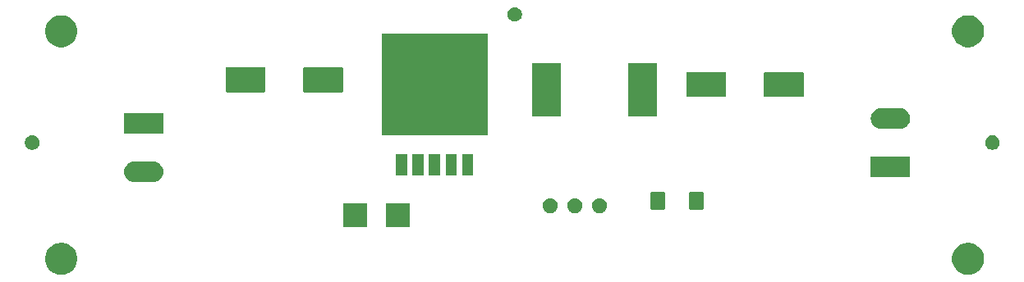
<source format=gbr>
G04 #@! TF.GenerationSoftware,KiCad,Pcbnew,5.1.4-e60b266~84~ubuntu18.04.1*
G04 #@! TF.CreationDate,2019-10-24T23:11:55-03:00*
G04 #@! TF.ProjectId,Fuente Step Up Xl6009 DC-DC ajustable 5v-35v_v2,4675656e-7465-4205-9374-657020557020,0b*
G04 #@! TF.SameCoordinates,Original*
G04 #@! TF.FileFunction,Soldermask,Top*
G04 #@! TF.FilePolarity,Negative*
%FSLAX46Y46*%
G04 Gerber Fmt 4.6, Leading zero omitted, Abs format (unit mm)*
G04 Created by KiCad (PCBNEW 5.1.4-e60b266~84~ubuntu18.04.1) date 2019-10-24 23:11:55*
%MOMM*%
%LPD*%
G04 APERTURE LIST*
%ADD10C,0.100000*%
G04 APERTURE END LIST*
D10*
G36*
X193375256Y-113891298D02*
G01*
X193481579Y-113912447D01*
X193782042Y-114036903D01*
X194052451Y-114217585D01*
X194282415Y-114447549D01*
X194463097Y-114717958D01*
X194587553Y-115018421D01*
X194651000Y-115337391D01*
X194651000Y-115662609D01*
X194587553Y-115981579D01*
X194463097Y-116282042D01*
X194282415Y-116552451D01*
X194052451Y-116782415D01*
X193782042Y-116963097D01*
X193481579Y-117087553D01*
X193375256Y-117108702D01*
X193162611Y-117151000D01*
X192837389Y-117151000D01*
X192624744Y-117108702D01*
X192518421Y-117087553D01*
X192217958Y-116963097D01*
X191947549Y-116782415D01*
X191717585Y-116552451D01*
X191536903Y-116282042D01*
X191412447Y-115981579D01*
X191349000Y-115662609D01*
X191349000Y-115337391D01*
X191412447Y-115018421D01*
X191536903Y-114717958D01*
X191717585Y-114447549D01*
X191947549Y-114217585D01*
X192217958Y-114036903D01*
X192518421Y-113912447D01*
X192624744Y-113891298D01*
X192837389Y-113849000D01*
X193162611Y-113849000D01*
X193375256Y-113891298D01*
X193375256Y-113891298D01*
G37*
G36*
X99875256Y-113891298D02*
G01*
X99981579Y-113912447D01*
X100282042Y-114036903D01*
X100552451Y-114217585D01*
X100782415Y-114447549D01*
X100963097Y-114717958D01*
X101087553Y-115018421D01*
X101151000Y-115337391D01*
X101151000Y-115662609D01*
X101087553Y-115981579D01*
X100963097Y-116282042D01*
X100782415Y-116552451D01*
X100552451Y-116782415D01*
X100282042Y-116963097D01*
X99981579Y-117087553D01*
X99875256Y-117108702D01*
X99662611Y-117151000D01*
X99337389Y-117151000D01*
X99124744Y-117108702D01*
X99018421Y-117087553D01*
X98717958Y-116963097D01*
X98447549Y-116782415D01*
X98217585Y-116552451D01*
X98036903Y-116282042D01*
X97912447Y-115981579D01*
X97849000Y-115662609D01*
X97849000Y-115337391D01*
X97912447Y-115018421D01*
X98036903Y-114717958D01*
X98217585Y-114447549D01*
X98447549Y-114217585D01*
X98717958Y-114036903D01*
X99018421Y-113912447D01*
X99124744Y-113891298D01*
X99337389Y-113849000D01*
X99662611Y-113849000D01*
X99875256Y-113891298D01*
X99875256Y-113891298D01*
G37*
G36*
X131051000Y-112251000D02*
G01*
X128549000Y-112251000D01*
X128549000Y-109749000D01*
X131051000Y-109749000D01*
X131051000Y-112251000D01*
X131051000Y-112251000D01*
G37*
G36*
X135451000Y-112251000D02*
G01*
X132949000Y-112251000D01*
X132949000Y-109749000D01*
X135451000Y-109749000D01*
X135451000Y-112251000D01*
X135451000Y-112251000D01*
G37*
G36*
X155125589Y-109238876D02*
G01*
X155224893Y-109258629D01*
X155365206Y-109316748D01*
X155491484Y-109401125D01*
X155598875Y-109508516D01*
X155683252Y-109634794D01*
X155741371Y-109775107D01*
X155771000Y-109924063D01*
X155771000Y-110075937D01*
X155741371Y-110224893D01*
X155683252Y-110365206D01*
X155598875Y-110491484D01*
X155491484Y-110598875D01*
X155365206Y-110683252D01*
X155224893Y-110741371D01*
X155125589Y-110761124D01*
X155075938Y-110771000D01*
X154924062Y-110771000D01*
X154874411Y-110761124D01*
X154775107Y-110741371D01*
X154634794Y-110683252D01*
X154508516Y-110598875D01*
X154401125Y-110491484D01*
X154316748Y-110365206D01*
X154258629Y-110224893D01*
X154229000Y-110075937D01*
X154229000Y-109924063D01*
X154258629Y-109775107D01*
X154316748Y-109634794D01*
X154401125Y-109508516D01*
X154508516Y-109401125D01*
X154634794Y-109316748D01*
X154775107Y-109258629D01*
X154874411Y-109238876D01*
X154924062Y-109229000D01*
X155075938Y-109229000D01*
X155125589Y-109238876D01*
X155125589Y-109238876D01*
G37*
G36*
X152585589Y-109238876D02*
G01*
X152684893Y-109258629D01*
X152825206Y-109316748D01*
X152951484Y-109401125D01*
X153058875Y-109508516D01*
X153143252Y-109634794D01*
X153201371Y-109775107D01*
X153231000Y-109924063D01*
X153231000Y-110075937D01*
X153201371Y-110224893D01*
X153143252Y-110365206D01*
X153058875Y-110491484D01*
X152951484Y-110598875D01*
X152825206Y-110683252D01*
X152684893Y-110741371D01*
X152585589Y-110761124D01*
X152535938Y-110771000D01*
X152384062Y-110771000D01*
X152334411Y-110761124D01*
X152235107Y-110741371D01*
X152094794Y-110683252D01*
X151968516Y-110598875D01*
X151861125Y-110491484D01*
X151776748Y-110365206D01*
X151718629Y-110224893D01*
X151689000Y-110075937D01*
X151689000Y-109924063D01*
X151718629Y-109775107D01*
X151776748Y-109634794D01*
X151861125Y-109508516D01*
X151968516Y-109401125D01*
X152094794Y-109316748D01*
X152235107Y-109258629D01*
X152334411Y-109238876D01*
X152384062Y-109229000D01*
X152535938Y-109229000D01*
X152585589Y-109238876D01*
X152585589Y-109238876D01*
G37*
G36*
X150045589Y-109238876D02*
G01*
X150144893Y-109258629D01*
X150285206Y-109316748D01*
X150411484Y-109401125D01*
X150518875Y-109508516D01*
X150603252Y-109634794D01*
X150661371Y-109775107D01*
X150691000Y-109924063D01*
X150691000Y-110075937D01*
X150661371Y-110224893D01*
X150603252Y-110365206D01*
X150518875Y-110491484D01*
X150411484Y-110598875D01*
X150285206Y-110683252D01*
X150144893Y-110741371D01*
X150045589Y-110761124D01*
X149995938Y-110771000D01*
X149844062Y-110771000D01*
X149794411Y-110761124D01*
X149695107Y-110741371D01*
X149554794Y-110683252D01*
X149428516Y-110598875D01*
X149321125Y-110491484D01*
X149236748Y-110365206D01*
X149178629Y-110224893D01*
X149149000Y-110075937D01*
X149149000Y-109924063D01*
X149178629Y-109775107D01*
X149236748Y-109634794D01*
X149321125Y-109508516D01*
X149428516Y-109401125D01*
X149554794Y-109316748D01*
X149695107Y-109258629D01*
X149794411Y-109238876D01*
X149844062Y-109229000D01*
X149995938Y-109229000D01*
X150045589Y-109238876D01*
X150045589Y-109238876D01*
G37*
G36*
X165599675Y-108553202D02*
G01*
X165634798Y-108563857D01*
X165667175Y-108581163D01*
X165695550Y-108604450D01*
X165718837Y-108632825D01*
X165736143Y-108665202D01*
X165746798Y-108700325D01*
X165751000Y-108742995D01*
X165751000Y-110257005D01*
X165746798Y-110299675D01*
X165736143Y-110334798D01*
X165718837Y-110367175D01*
X165695550Y-110395550D01*
X165667175Y-110418837D01*
X165634798Y-110436143D01*
X165599675Y-110446798D01*
X165557005Y-110451000D01*
X164442995Y-110451000D01*
X164400325Y-110446798D01*
X164365202Y-110436143D01*
X164332825Y-110418837D01*
X164304450Y-110395550D01*
X164281163Y-110367175D01*
X164263857Y-110334798D01*
X164253202Y-110299675D01*
X164249000Y-110257005D01*
X164249000Y-108742995D01*
X164253202Y-108700325D01*
X164263857Y-108665202D01*
X164281163Y-108632825D01*
X164304450Y-108604450D01*
X164332825Y-108581163D01*
X164365202Y-108563857D01*
X164400325Y-108553202D01*
X164442995Y-108549000D01*
X165557005Y-108549000D01*
X165599675Y-108553202D01*
X165599675Y-108553202D01*
G37*
G36*
X161599675Y-108553202D02*
G01*
X161634798Y-108563857D01*
X161667175Y-108581163D01*
X161695550Y-108604450D01*
X161718837Y-108632825D01*
X161736143Y-108665202D01*
X161746798Y-108700325D01*
X161751000Y-108742995D01*
X161751000Y-110257005D01*
X161746798Y-110299675D01*
X161736143Y-110334798D01*
X161718837Y-110367175D01*
X161695550Y-110395550D01*
X161667175Y-110418837D01*
X161634798Y-110436143D01*
X161599675Y-110446798D01*
X161557005Y-110451000D01*
X160442995Y-110451000D01*
X160400325Y-110446798D01*
X160365202Y-110436143D01*
X160332825Y-110418837D01*
X160304450Y-110395550D01*
X160281163Y-110367175D01*
X160263857Y-110334798D01*
X160253202Y-110299675D01*
X160249000Y-110257005D01*
X160249000Y-108742995D01*
X160253202Y-108700325D01*
X160263857Y-108665202D01*
X160281163Y-108632825D01*
X160304450Y-108604450D01*
X160332825Y-108581163D01*
X160365202Y-108563857D01*
X160400325Y-108553202D01*
X160442995Y-108549000D01*
X161557005Y-108549000D01*
X161599675Y-108553202D01*
X161599675Y-108553202D01*
G37*
G36*
X109092112Y-105464021D02*
G01*
X109194072Y-105474063D01*
X109390301Y-105533589D01*
X109390303Y-105533590D01*
X109571145Y-105630252D01*
X109729660Y-105760340D01*
X109859747Y-105918854D01*
X109956411Y-106099699D01*
X110015937Y-106295928D01*
X110036036Y-106500000D01*
X110015937Y-106704072D01*
X109956411Y-106900301D01*
X109956410Y-106900303D01*
X109859748Y-107081145D01*
X109729660Y-107239660D01*
X109571145Y-107369748D01*
X109390303Y-107466410D01*
X109390301Y-107466411D01*
X109194072Y-107525937D01*
X109092112Y-107535979D01*
X109041133Y-107541000D01*
X106958867Y-107541000D01*
X106907888Y-107535979D01*
X106805928Y-107525937D01*
X106609699Y-107466411D01*
X106609697Y-107466410D01*
X106428855Y-107369748D01*
X106270340Y-107239660D01*
X106140252Y-107081145D01*
X106043590Y-106900303D01*
X106043589Y-106900301D01*
X105984063Y-106704072D01*
X105963964Y-106500000D01*
X105984063Y-106295928D01*
X106043589Y-106099699D01*
X106140253Y-105918854D01*
X106270340Y-105760340D01*
X106428855Y-105630252D01*
X106609697Y-105533590D01*
X106609699Y-105533589D01*
X106805928Y-105474063D01*
X106907888Y-105464021D01*
X106958867Y-105459000D01*
X109041133Y-105459000D01*
X109092112Y-105464021D01*
X109092112Y-105464021D01*
G37*
G36*
X187031000Y-107041000D02*
G01*
X182969000Y-107041000D01*
X182969000Y-104959000D01*
X187031000Y-104959000D01*
X187031000Y-107041000D01*
X187031000Y-107041000D01*
G37*
G36*
X135180800Y-106921700D02*
G01*
X134012000Y-106921700D01*
X134012000Y-104660700D01*
X135180800Y-104660700D01*
X135180800Y-106921700D01*
X135180800Y-106921700D01*
G37*
G36*
X138584400Y-106921700D02*
G01*
X137415600Y-106921700D01*
X137415600Y-104660700D01*
X138584400Y-104660700D01*
X138584400Y-106921700D01*
X138584400Y-106921700D01*
G37*
G36*
X141988000Y-106921700D02*
G01*
X140819200Y-106921700D01*
X140819200Y-104660700D01*
X141988000Y-104660700D01*
X141988000Y-106921700D01*
X141988000Y-106921700D01*
G37*
G36*
X136882600Y-106921700D02*
G01*
X135713800Y-106921700D01*
X135713800Y-104660700D01*
X136882600Y-104660700D01*
X136882600Y-106921700D01*
X136882600Y-106921700D01*
G37*
G36*
X140286200Y-106921700D02*
G01*
X139117400Y-106921700D01*
X139117400Y-104660700D01*
X140286200Y-104660700D01*
X140286200Y-106921700D01*
X140286200Y-106921700D01*
G37*
G36*
X195718766Y-102778821D02*
G01*
X195855257Y-102835358D01*
X195978097Y-102917437D01*
X196082563Y-103021903D01*
X196164642Y-103144743D01*
X196221179Y-103281234D01*
X196250000Y-103426130D01*
X196250000Y-103573870D01*
X196221179Y-103718766D01*
X196164642Y-103855257D01*
X196082563Y-103978097D01*
X195978097Y-104082563D01*
X195855257Y-104164642D01*
X195718766Y-104221179D01*
X195573870Y-104250000D01*
X195426130Y-104250000D01*
X195281234Y-104221179D01*
X195144743Y-104164642D01*
X195021903Y-104082563D01*
X194917437Y-103978097D01*
X194835358Y-103855257D01*
X194778821Y-103718766D01*
X194750000Y-103573870D01*
X194750000Y-103426130D01*
X194778821Y-103281234D01*
X194835358Y-103144743D01*
X194917437Y-103021903D01*
X195021903Y-102917437D01*
X195144743Y-102835358D01*
X195281234Y-102778821D01*
X195426130Y-102750000D01*
X195573870Y-102750000D01*
X195718766Y-102778821D01*
X195718766Y-102778821D01*
G37*
G36*
X96718766Y-102778821D02*
G01*
X96855257Y-102835358D01*
X96978097Y-102917437D01*
X97082563Y-103021903D01*
X97164642Y-103144743D01*
X97221179Y-103281234D01*
X97250000Y-103426130D01*
X97250000Y-103573870D01*
X97221179Y-103718766D01*
X97164642Y-103855257D01*
X97082563Y-103978097D01*
X96978097Y-104082563D01*
X96855257Y-104164642D01*
X96718766Y-104221179D01*
X96573870Y-104250000D01*
X96426130Y-104250000D01*
X96281234Y-104221179D01*
X96144743Y-104164642D01*
X96021903Y-104082563D01*
X95917437Y-103978097D01*
X95835358Y-103855257D01*
X95778821Y-103718766D01*
X95750000Y-103573870D01*
X95750000Y-103426130D01*
X95778821Y-103281234D01*
X95835358Y-103144743D01*
X95917437Y-103021903D01*
X96021903Y-102917437D01*
X96144743Y-102835358D01*
X96281234Y-102778821D01*
X96426130Y-102750000D01*
X96573870Y-102750000D01*
X96718766Y-102778821D01*
X96718766Y-102778821D01*
G37*
G36*
X143451000Y-102716000D02*
G01*
X132549000Y-102716000D01*
X132549000Y-92204000D01*
X143451000Y-92204000D01*
X143451000Y-102716000D01*
X143451000Y-102716000D01*
G37*
G36*
X110031000Y-102541000D02*
G01*
X105969000Y-102541000D01*
X105969000Y-100459000D01*
X110031000Y-100459000D01*
X110031000Y-102541000D01*
X110031000Y-102541000D01*
G37*
G36*
X186092112Y-99964021D02*
G01*
X186194072Y-99974063D01*
X186390301Y-100033589D01*
X186390303Y-100033590D01*
X186571145Y-100130252D01*
X186729660Y-100260340D01*
X186859747Y-100418854D01*
X186956411Y-100599699D01*
X187015937Y-100795928D01*
X187036036Y-101000000D01*
X187015937Y-101204072D01*
X186956411Y-101400301D01*
X186956410Y-101400303D01*
X186859748Y-101581145D01*
X186729660Y-101739660D01*
X186571145Y-101869748D01*
X186390303Y-101966410D01*
X186390301Y-101966411D01*
X186194072Y-102025937D01*
X186092112Y-102035979D01*
X186041133Y-102041000D01*
X183958867Y-102041000D01*
X183907888Y-102035979D01*
X183805928Y-102025937D01*
X183609699Y-101966411D01*
X183609697Y-101966410D01*
X183428855Y-101869748D01*
X183270340Y-101739660D01*
X183140252Y-101581145D01*
X183043590Y-101400303D01*
X183043589Y-101400301D01*
X182984063Y-101204072D01*
X182963964Y-101000000D01*
X182984063Y-100795928D01*
X183043589Y-100599699D01*
X183140253Y-100418854D01*
X183270340Y-100260340D01*
X183428855Y-100130252D01*
X183609697Y-100033590D01*
X183609699Y-100033589D01*
X183805928Y-99974063D01*
X183907888Y-99964021D01*
X183958867Y-99959000D01*
X186041133Y-99959000D01*
X186092112Y-99964021D01*
X186092112Y-99964021D01*
G37*
G36*
X160951000Y-100751000D02*
G01*
X157949000Y-100751000D01*
X157949000Y-95249000D01*
X160951000Y-95249000D01*
X160951000Y-100751000D01*
X160951000Y-100751000D01*
G37*
G36*
X151051000Y-100751000D02*
G01*
X148049000Y-100751000D01*
X148049000Y-95249000D01*
X151051000Y-95249000D01*
X151051000Y-100751000D01*
X151051000Y-100751000D01*
G37*
G36*
X167921934Y-96202671D02*
G01*
X167951877Y-96211754D01*
X167979465Y-96226500D01*
X168003651Y-96246349D01*
X168023500Y-96270535D01*
X168038246Y-96298123D01*
X168047329Y-96328066D01*
X168051000Y-96365340D01*
X168051000Y-98634660D01*
X168047329Y-98671934D01*
X168038246Y-98701877D01*
X168023500Y-98729465D01*
X168003651Y-98753651D01*
X167979465Y-98773500D01*
X167951877Y-98788246D01*
X167921934Y-98797329D01*
X167884660Y-98801000D01*
X164115340Y-98801000D01*
X164078066Y-98797329D01*
X164048123Y-98788246D01*
X164020535Y-98773500D01*
X163996349Y-98753651D01*
X163976500Y-98729465D01*
X163961754Y-98701877D01*
X163952671Y-98671934D01*
X163949000Y-98634660D01*
X163949000Y-96365340D01*
X163952671Y-96328066D01*
X163961754Y-96298123D01*
X163976500Y-96270535D01*
X163996349Y-96246349D01*
X164020535Y-96226500D01*
X164048123Y-96211754D01*
X164078066Y-96202671D01*
X164115340Y-96199000D01*
X167884660Y-96199000D01*
X167921934Y-96202671D01*
X167921934Y-96202671D01*
G37*
G36*
X175921934Y-96202671D02*
G01*
X175951877Y-96211754D01*
X175979465Y-96226500D01*
X176003651Y-96246349D01*
X176023500Y-96270535D01*
X176038246Y-96298123D01*
X176047329Y-96328066D01*
X176051000Y-96365340D01*
X176051000Y-98634660D01*
X176047329Y-98671934D01*
X176038246Y-98701877D01*
X176023500Y-98729465D01*
X176003651Y-98753651D01*
X175979465Y-98773500D01*
X175951877Y-98788246D01*
X175921934Y-98797329D01*
X175884660Y-98801000D01*
X172115340Y-98801000D01*
X172078066Y-98797329D01*
X172048123Y-98788246D01*
X172020535Y-98773500D01*
X171996349Y-98753651D01*
X171976500Y-98729465D01*
X171961754Y-98701877D01*
X171952671Y-98671934D01*
X171949000Y-98634660D01*
X171949000Y-96365340D01*
X171952671Y-96328066D01*
X171961754Y-96298123D01*
X171976500Y-96270535D01*
X171996349Y-96246349D01*
X172020535Y-96226500D01*
X172048123Y-96211754D01*
X172078066Y-96202671D01*
X172115340Y-96199000D01*
X175884660Y-96199000D01*
X175921934Y-96202671D01*
X175921934Y-96202671D01*
G37*
G36*
X128421934Y-95702671D02*
G01*
X128451877Y-95711754D01*
X128479465Y-95726500D01*
X128503651Y-95746349D01*
X128523500Y-95770535D01*
X128538246Y-95798123D01*
X128547329Y-95828066D01*
X128551000Y-95865340D01*
X128551000Y-98134660D01*
X128547329Y-98171934D01*
X128538246Y-98201877D01*
X128523500Y-98229465D01*
X128503651Y-98253651D01*
X128479465Y-98273500D01*
X128451877Y-98288246D01*
X128421934Y-98297329D01*
X128384660Y-98301000D01*
X124615340Y-98301000D01*
X124578066Y-98297329D01*
X124548123Y-98288246D01*
X124520535Y-98273500D01*
X124496349Y-98253651D01*
X124476500Y-98229465D01*
X124461754Y-98201877D01*
X124452671Y-98171934D01*
X124449000Y-98134660D01*
X124449000Y-95865340D01*
X124452671Y-95828066D01*
X124461754Y-95798123D01*
X124476500Y-95770535D01*
X124496349Y-95746349D01*
X124520535Y-95726500D01*
X124548123Y-95711754D01*
X124578066Y-95702671D01*
X124615340Y-95699000D01*
X128384660Y-95699000D01*
X128421934Y-95702671D01*
X128421934Y-95702671D01*
G37*
G36*
X120421934Y-95702671D02*
G01*
X120451877Y-95711754D01*
X120479465Y-95726500D01*
X120503651Y-95746349D01*
X120523500Y-95770535D01*
X120538246Y-95798123D01*
X120547329Y-95828066D01*
X120551000Y-95865340D01*
X120551000Y-98134660D01*
X120547329Y-98171934D01*
X120538246Y-98201877D01*
X120523500Y-98229465D01*
X120503651Y-98253651D01*
X120479465Y-98273500D01*
X120451877Y-98288246D01*
X120421934Y-98297329D01*
X120384660Y-98301000D01*
X116615340Y-98301000D01*
X116578066Y-98297329D01*
X116548123Y-98288246D01*
X116520535Y-98273500D01*
X116496349Y-98253651D01*
X116476500Y-98229465D01*
X116461754Y-98201877D01*
X116452671Y-98171934D01*
X116449000Y-98134660D01*
X116449000Y-95865340D01*
X116452671Y-95828066D01*
X116461754Y-95798123D01*
X116476500Y-95770535D01*
X116496349Y-95746349D01*
X116520535Y-95726500D01*
X116548123Y-95711754D01*
X116578066Y-95702671D01*
X116615340Y-95699000D01*
X120384660Y-95699000D01*
X120421934Y-95702671D01*
X120421934Y-95702671D01*
G37*
G36*
X193375256Y-90391298D02*
G01*
X193481579Y-90412447D01*
X193782042Y-90536903D01*
X194052451Y-90717585D01*
X194282415Y-90947549D01*
X194463097Y-91217958D01*
X194587553Y-91518421D01*
X194651000Y-91837391D01*
X194651000Y-92162609D01*
X194587553Y-92481579D01*
X194463097Y-92782042D01*
X194282415Y-93052451D01*
X194052451Y-93282415D01*
X193782042Y-93463097D01*
X193481579Y-93587553D01*
X193375256Y-93608702D01*
X193162611Y-93651000D01*
X192837389Y-93651000D01*
X192624744Y-93608702D01*
X192518421Y-93587553D01*
X192217958Y-93463097D01*
X191947549Y-93282415D01*
X191717585Y-93052451D01*
X191536903Y-92782042D01*
X191412447Y-92481579D01*
X191349000Y-92162609D01*
X191349000Y-91837391D01*
X191412447Y-91518421D01*
X191536903Y-91217958D01*
X191717585Y-90947549D01*
X191947549Y-90717585D01*
X192217958Y-90536903D01*
X192518421Y-90412447D01*
X192624744Y-90391298D01*
X192837389Y-90349000D01*
X193162611Y-90349000D01*
X193375256Y-90391298D01*
X193375256Y-90391298D01*
G37*
G36*
X99875256Y-90391298D02*
G01*
X99981579Y-90412447D01*
X100282042Y-90536903D01*
X100552451Y-90717585D01*
X100782415Y-90947549D01*
X100963097Y-91217958D01*
X101087553Y-91518421D01*
X101151000Y-91837391D01*
X101151000Y-92162609D01*
X101087553Y-92481579D01*
X100963097Y-92782042D01*
X100782415Y-93052451D01*
X100552451Y-93282415D01*
X100282042Y-93463097D01*
X99981579Y-93587553D01*
X99875256Y-93608702D01*
X99662611Y-93651000D01*
X99337389Y-93651000D01*
X99124744Y-93608702D01*
X99018421Y-93587553D01*
X98717958Y-93463097D01*
X98447549Y-93282415D01*
X98217585Y-93052451D01*
X98036903Y-92782042D01*
X97912447Y-92481579D01*
X97849000Y-92162609D01*
X97849000Y-91837391D01*
X97912447Y-91518421D01*
X98036903Y-91217958D01*
X98217585Y-90947549D01*
X98447549Y-90717585D01*
X98717958Y-90536903D01*
X99018421Y-90412447D01*
X99124744Y-90391298D01*
X99337389Y-90349000D01*
X99662611Y-90349000D01*
X99875256Y-90391298D01*
X99875256Y-90391298D01*
G37*
G36*
X146468766Y-89528821D02*
G01*
X146605257Y-89585358D01*
X146728097Y-89667437D01*
X146832563Y-89771903D01*
X146914642Y-89894743D01*
X146971179Y-90031234D01*
X147000000Y-90176130D01*
X147000000Y-90323870D01*
X146971179Y-90468766D01*
X146914642Y-90605257D01*
X146832563Y-90728097D01*
X146728097Y-90832563D01*
X146605257Y-90914642D01*
X146468766Y-90971179D01*
X146323870Y-91000000D01*
X146176130Y-91000000D01*
X146031234Y-90971179D01*
X145894743Y-90914642D01*
X145771903Y-90832563D01*
X145667437Y-90728097D01*
X145585358Y-90605257D01*
X145528821Y-90468766D01*
X145500000Y-90323870D01*
X145500000Y-90176130D01*
X145528821Y-90031234D01*
X145585358Y-89894743D01*
X145667437Y-89771903D01*
X145771903Y-89667437D01*
X145894743Y-89585358D01*
X146031234Y-89528821D01*
X146176130Y-89500000D01*
X146323870Y-89500000D01*
X146468766Y-89528821D01*
X146468766Y-89528821D01*
G37*
M02*

</source>
